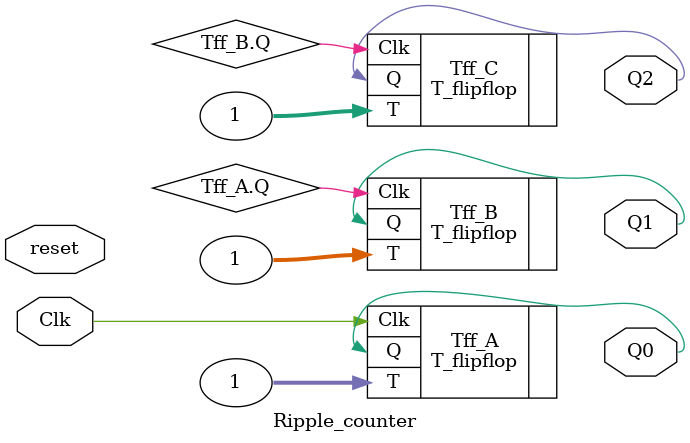
<source format=v>
module Ripple_counter(
    input Clk, reset,
    
    output Q0, Q1, Q2
);

    T_flipflop Tff_A (
       .Clk(Clk),
       .T(1),
       .Q(Q0)
    );
    
    T_flipflop Tff_B (
       .Clk(Tff_A.Q),
       .T(1),
       .Q(Q1) 
    );
    
    T_flipflop Tff_C (
        .Clk(Tff_B.Q),
        .T(1),
        .Q(Q2)
    );
endmodule

</source>
